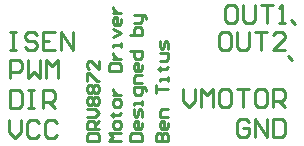
<source format=gbo>
G04*
G04 #@! TF.GenerationSoftware,Altium Limited,Altium Designer,18.0.12 (696)*
G04*
G04 Layer_Color=32896*
%FSLAX25Y25*%
%MOIN*%
G70*
G01*
G75*
%ADD12C,0.01000*%
D12*
X219000Y132000D02*
X220500Y130500D01*
X220000Y144000D02*
X221500Y142500D01*
X152073Y103500D02*
X156072D01*
Y105499D01*
X155405Y106166D01*
X152740D01*
X152073Y105499D01*
Y103500D01*
X156072Y107499D02*
X152073D01*
Y109498D01*
X152740Y110164D01*
X154072D01*
X154739Y109498D01*
Y107499D01*
Y108832D02*
X156072Y110164D01*
X152073Y111497D02*
X154739D01*
X156072Y112830D01*
X154739Y114163D01*
X152073D01*
X152740Y115496D02*
X152073Y116163D01*
Y117496D01*
X152740Y118162D01*
X153406D01*
X154072Y117496D01*
X154739Y118162D01*
X155405D01*
X156072Y117496D01*
Y116163D01*
X155405Y115496D01*
X154739D01*
X154072Y116163D01*
X153406Y115496D01*
X152740D01*
X154072Y116163D02*
Y117496D01*
X152740Y119495D02*
X152073Y120161D01*
Y121494D01*
X152740Y122161D01*
X153406D01*
X154072Y121494D01*
X154739Y122161D01*
X155405D01*
X156072Y121494D01*
Y120161D01*
X155405Y119495D01*
X154739D01*
X154072Y120161D01*
X153406Y119495D01*
X152740D01*
X154072Y120161D02*
Y121494D01*
X152073Y123494D02*
Y126159D01*
X152740D01*
X155405Y123494D01*
X156072D01*
Y130158D02*
Y127492D01*
X153406Y130158D01*
X152740D01*
X152073Y129492D01*
Y128159D01*
X152740Y127492D01*
X163270Y103500D02*
X159272D01*
X160604Y104833D01*
X159272Y106166D01*
X163270D01*
Y108165D02*
Y109498D01*
X162604Y110164D01*
X161271D01*
X160604Y109498D01*
Y108165D01*
X161271Y107499D01*
X162604D01*
X163270Y108165D01*
X159938Y112164D02*
X160604D01*
Y111497D01*
Y112830D01*
Y112164D01*
X162604D01*
X163270Y112830D01*
Y115496D02*
Y116829D01*
X162604Y117496D01*
X161271D01*
X160604Y116829D01*
Y115496D01*
X161271Y114830D01*
X162604D01*
X163270Y115496D01*
X160604Y118828D02*
X163270D01*
X161937D01*
X161271Y119495D01*
X160604Y120161D01*
Y120828D01*
X159272Y126826D02*
X163270D01*
Y128825D01*
X162604Y129492D01*
X159938D01*
X159272Y128825D01*
Y126826D01*
X160604Y130824D02*
X163270D01*
X161937D01*
X161271Y131491D01*
X160604Y132157D01*
Y132824D01*
X163270Y134823D02*
Y136156D01*
Y135490D01*
X160604D01*
Y134823D01*
Y138155D02*
X163270Y139488D01*
X160604Y140821D01*
X163270Y144153D02*
Y142821D01*
X162604Y142154D01*
X161271D01*
X160604Y142821D01*
Y144153D01*
X161271Y144820D01*
X161937D01*
Y142154D01*
X160604Y146153D02*
X163270D01*
X161937D01*
X161271Y146819D01*
X160604Y147486D01*
Y148152D01*
X166470Y103500D02*
X170469D01*
Y105499D01*
X169802Y106166D01*
X167136D01*
X166470Y105499D01*
Y103500D01*
X170469Y109498D02*
Y108165D01*
X169802Y107499D01*
X168469D01*
X167803Y108165D01*
Y109498D01*
X168469Y110164D01*
X169136D01*
Y107499D01*
X170469Y111497D02*
Y113497D01*
X169802Y114163D01*
X169136Y113497D01*
Y112164D01*
X168469Y111497D01*
X167803Y112164D01*
Y114163D01*
X170469Y115496D02*
Y116829D01*
Y116163D01*
X167803D01*
Y115496D01*
X171801Y120161D02*
Y120828D01*
X171135Y121494D01*
X167803D01*
Y119495D01*
X168469Y118828D01*
X169802D01*
X170469Y119495D01*
Y121494D01*
Y122827D02*
X167803D01*
Y124826D01*
X168469Y125493D01*
X170469D01*
Y128825D02*
Y127492D01*
X169802Y126826D01*
X168469D01*
X167803Y127492D01*
Y128825D01*
X168469Y129492D01*
X169136D01*
Y126826D01*
X166470Y133490D02*
X170469D01*
Y131491D01*
X169802Y130824D01*
X168469D01*
X167803Y131491D01*
Y133490D01*
X166470Y138822D02*
X170469D01*
Y140821D01*
X169802Y141488D01*
X169136D01*
X168469D01*
X167803Y140821D01*
Y138822D01*
Y142821D02*
X169802D01*
X170469Y143487D01*
Y145486D01*
X171135D01*
X171801Y144820D01*
Y144153D01*
X170469Y145486D02*
X167803D01*
X175001Y103500D02*
X179000D01*
Y105499D01*
X178333Y106166D01*
X177667D01*
X177001Y105499D01*
Y103500D01*
Y105499D01*
X176334Y106166D01*
X175668D01*
X175001Y105499D01*
Y103500D01*
X179000Y109498D02*
Y108165D01*
X178333Y107499D01*
X177001D01*
X176334Y108165D01*
Y109498D01*
X177001Y110164D01*
X177667D01*
Y107499D01*
X179000Y111497D02*
X176334D01*
Y113497D01*
X177001Y114163D01*
X179000D01*
X175001Y119495D02*
Y122161D01*
Y120828D01*
X179000D01*
Y123494D02*
Y124826D01*
Y124160D01*
X176334D01*
Y123494D01*
X175668Y127492D02*
X176334D01*
Y126826D01*
Y128159D01*
Y127492D01*
X178333D01*
X179000Y128159D01*
X176334Y130158D02*
X178333D01*
X179000Y130824D01*
Y132824D01*
X176334D01*
X179000Y134157D02*
Y136156D01*
X178333Y136823D01*
X177667Y136156D01*
Y134823D01*
X177001Y134157D01*
X176334Y134823D01*
Y136823D01*
X205999Y109998D02*
X204999Y110998D01*
X203000D01*
X202000Y109998D01*
Y106000D01*
X203000Y105000D01*
X204999D01*
X205999Y106000D01*
Y107999D01*
X203999D01*
X207998Y105000D02*
Y110998D01*
X211997Y105000D01*
Y110998D01*
X213996D02*
Y105000D01*
X216995D01*
X217995Y106000D01*
Y109998D01*
X216995Y110998D01*
X213996D01*
X184000Y120998D02*
Y116999D01*
X185999Y115000D01*
X187999Y116999D01*
Y120998D01*
X189998Y115000D02*
Y120998D01*
X191997Y118999D01*
X193997Y120998D01*
Y115000D01*
X198995Y120998D02*
X196996D01*
X195996Y119998D01*
Y116000D01*
X196996Y115000D01*
X198995D01*
X199995Y116000D01*
Y119998D01*
X198995Y120998D01*
X201994D02*
X205993D01*
X203994D01*
Y115000D01*
X210991Y120998D02*
X208992D01*
X207992Y119998D01*
Y116000D01*
X208992Y115000D01*
X210991D01*
X211991Y116000D01*
Y119998D01*
X210991Y120998D01*
X213990Y115000D02*
Y120998D01*
X216989D01*
X217989Y119998D01*
Y117999D01*
X216989Y116999D01*
X213990D01*
X215990D02*
X217989Y115000D01*
X198999Y139998D02*
X197000D01*
X196000Y138998D01*
Y135000D01*
X197000Y134000D01*
X198999D01*
X199999Y135000D01*
Y138998D01*
X198999Y139998D01*
X201998D02*
Y135000D01*
X202998Y134000D01*
X204997D01*
X205997Y135000D01*
Y139998D01*
X207996D02*
X211995D01*
X209996D01*
Y134000D01*
X217993D02*
X213994D01*
X217993Y137999D01*
Y138998D01*
X216993Y139998D01*
X214994D01*
X213994Y138998D01*
X200999Y148998D02*
X199000D01*
X198000Y147998D01*
Y144000D01*
X199000Y143000D01*
X200999D01*
X201999Y144000D01*
Y147998D01*
X200999Y148998D01*
X203998D02*
Y144000D01*
X204998Y143000D01*
X206997D01*
X207997Y144000D01*
Y148998D01*
X209996D02*
X213995D01*
X211996D01*
Y143000D01*
X215994D02*
X217993D01*
X216994D01*
Y148998D01*
X215994Y147998D01*
X126500Y139998D02*
X128499D01*
X127500D01*
Y134000D01*
X126500D01*
X128499D01*
X135497Y138998D02*
X134497Y139998D01*
X132498D01*
X131498Y138998D01*
Y137999D01*
X132498Y136999D01*
X134497D01*
X135497Y135999D01*
Y135000D01*
X134497Y134000D01*
X132498D01*
X131498Y135000D01*
X141495Y139998D02*
X137496D01*
Y134000D01*
X141495D01*
X137496Y136999D02*
X139496D01*
X143494Y134000D02*
Y139998D01*
X147493Y134000D01*
Y139998D01*
X126000Y110498D02*
Y106499D01*
X127999Y104500D01*
X129999Y106499D01*
Y110498D01*
X135997Y109498D02*
X134997Y110498D01*
X132998D01*
X131998Y109498D01*
Y105500D01*
X132998Y104500D01*
X134997D01*
X135997Y105500D01*
X141995Y109498D02*
X140995Y110498D01*
X138996D01*
X137996Y109498D01*
Y105500D01*
X138996Y104500D01*
X140995D01*
X141995Y105500D01*
X126500Y120498D02*
Y114500D01*
X129499D01*
X130499Y115500D01*
Y119498D01*
X129499Y120498D01*
X126500D01*
X132498D02*
X134497D01*
X133498D01*
Y114500D01*
X132498D01*
X134497D01*
X137496D02*
Y120498D01*
X140496D01*
X141495Y119498D01*
Y117499D01*
X140496Y116499D01*
X137496D01*
X139496D02*
X141495Y114500D01*
X126500Y124500D02*
Y130498D01*
X129499D01*
X130499Y129498D01*
Y127499D01*
X129499Y126499D01*
X126500D01*
X132498Y130498D02*
Y124500D01*
X134497Y126499D01*
X136497Y124500D01*
Y130498D01*
X138496Y124500D02*
Y130498D01*
X140496Y128499D01*
X142495Y130498D01*
Y124500D01*
M02*

</source>
